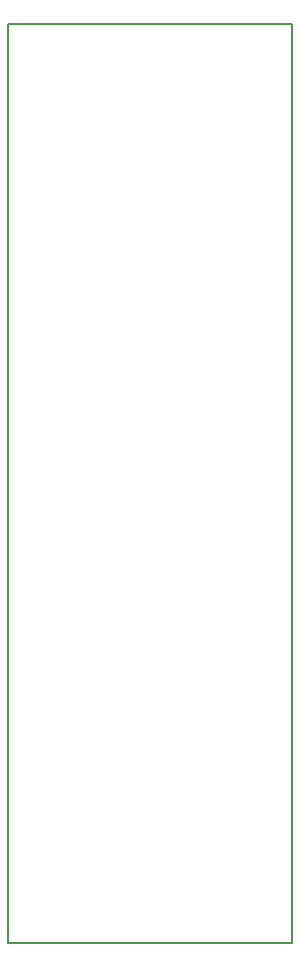
<source format=gbr>
%TF.GenerationSoftware,KiCad,Pcbnew,8.0.5*%
%TF.CreationDate,2024-11-01T20:02:56+05:30*%
%TF.ProjectId,ESP32 with sensor,45535033-3220-4776-9974-682073656e73,rev?*%
%TF.SameCoordinates,Original*%
%TF.FileFunction,Profile,NP*%
%FSLAX46Y46*%
G04 Gerber Fmt 4.6, Leading zero omitted, Abs format (unit mm)*
G04 Created by KiCad (PCBNEW 8.0.5) date 2024-11-01 20:02:56*
%MOMM*%
%LPD*%
G01*
G04 APERTURE LIST*
%TA.AperFunction,Profile*%
%ADD10C,0.200000*%
%TD*%
G04 APERTURE END LIST*
D10*
X118867880Y-105367880D02*
X142867880Y-105367880D01*
X142867880Y-183117880D01*
X118867880Y-183117880D01*
X118867880Y-105367880D01*
M02*

</source>
